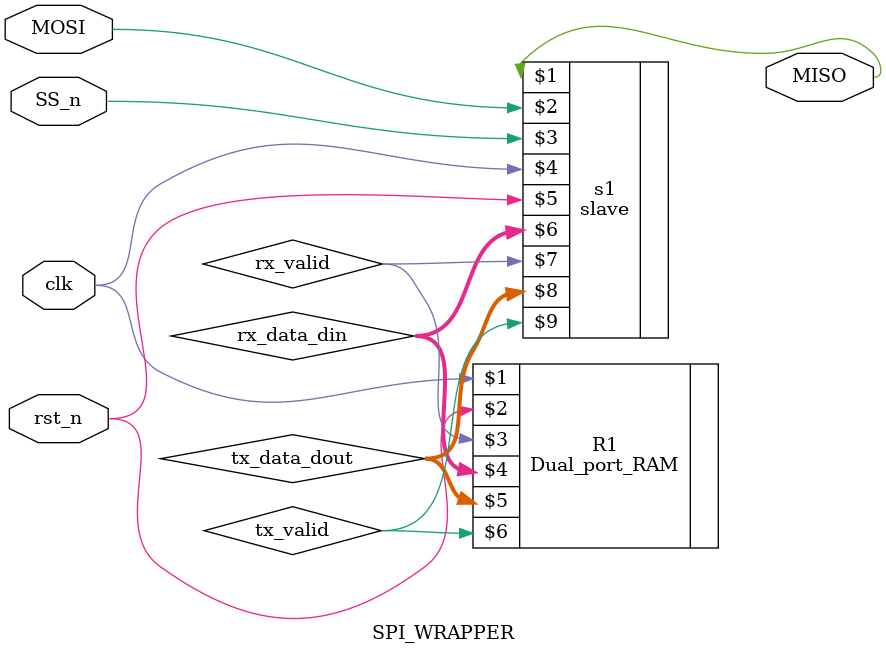
<source format=sv>
module SPI_WRAPPER (MOSI,MISO,SS_n,clk,rst_n);

input MOSI,SS_n,clk,rst_n;
output MISO;

wire [9:0] rx_data_din;
wire rx_valid, tx_valid;
wire [7:0] tx_data_dout;

slave         s1 (MISO, MOSI, SS_n, clk, rst_n, rx_data_din, rx_valid, tx_data_dout, tx_valid);
Dual_port_RAM R1 (clk, rst_n, rx_valid, rx_data_din, tx_data_dout, tx_valid);

endmodule
</source>
